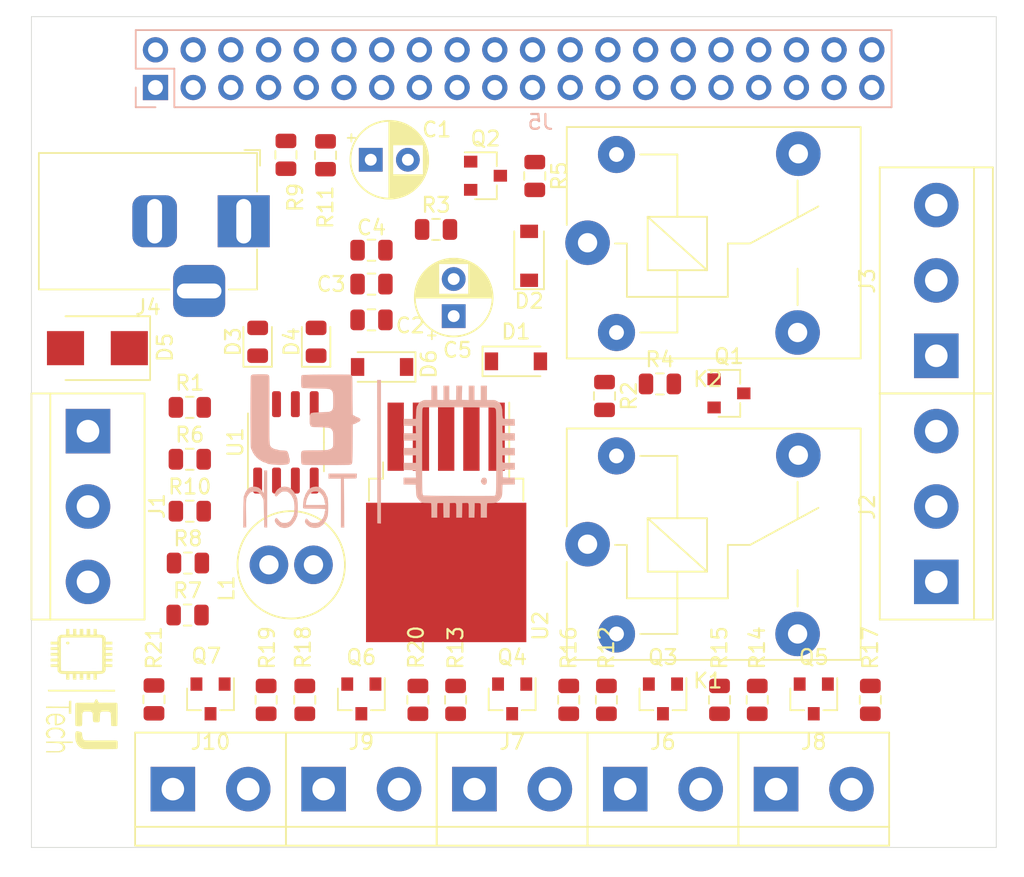
<source format=kicad_pcb>
(kicad_pcb (version 20171130) (host pcbnew "(5.1.4)-1")
  (layers (0 F.Cu signal) (31 B.Cu signal) (34 B.Paste user) (35 F.Paste user) (36 B.SilkS user) (37 F.SilkS user) (38 B.Mask user) (39 F.Mask user) (44 Edge.Cuts user))
  (net 0 "")
  (net 1 "Net-(C1-Pad1)")
  (net 2 GND)
  (net 3 +5V)
  (net 4 "Net-(D1-Pad2)")
  (net 5 "Net-(D2-Pad2)")
  (net 6 "Net-(D3-Pad2)")
  (net 7 "Net-(D4-Pad2)")
  (net 8 "Net-(D6-Pad1)")
  (net 9 "Net-(J1-Pad1)")
  (net 10 "Net-(J1-Pad2)")
  (net 11 "Net-(J2-Pad3)")
  (net 12 "Net-(J2-Pad2)")
  (net 13 "Net-(J2-Pad1)")
  (net 14 "Net-(J3-Pad1)")
  (net 15 "Net-(J3-Pad2)")
  (net 16 "Net-(J3-Pad3)")
  (net 17 +3V3)
  (net 18 "Net-(J5-Pad3)")
  (net 19 "Net-(J5-Pad5)")
  (net 20 "Net-(J5-Pad7)")
  (net 21 TX)
  (net 22 RX)
  (net 23 RE)
  (net 24 "Net-(J5-Pad12)")
  (net 25 DE)
  (net 26 GP22)
  (net 27 "Net-(J5-Pad16)")
  (net 28 "Net-(J5-Pad18)")
  (net 29 "Net-(J5-Pad19)")
  (net 30 "Net-(J5-Pad21)")
  (net 31 "Net-(J5-Pad22)")
  (net 32 "Net-(J5-Pad23)")
  (net 33 "Net-(J5-Pad24)")
  (net 34 "Net-(J5-Pad26)")
  (net 35 "Net-(J5-Pad27)")
  (net 36 "Net-(J5-Pad28)")
  (net 37 "Net-(J5-Pad29)")
  (net 38 "Net-(J5-Pad31)")
  (net 39 "Net-(J5-Pad32)")
  (net 40 "Net-(J5-Pad33)")
  (net 41 "Net-(J5-Pad35)")
  (net 42 "Net-(J5-Pad36)")
  (net 43 GP26)
  (net 44 "Net-(J5-Pad38)")
  (net 45 "Net-(J5-Pad40)")
  (net 46 "Net-(J6-Pad2)")
  (net 47 "Net-(J7-Pad2)")
  (net 48 "Net-(J8-Pad2)")
  (net 49 "Net-(J9-Pad2)")
  (net 50 "Net-(J10-Pad2)")
  (net 51 "Net-(Q1-Pad1)")
  (net 52 "Net-(Q2-Pad1)")
  (net 53 +BATT)
  (module "Symbol:EJ TECH 8X5.5" (layer F.Cu) (at 126.429 117.459 270)
    (fp_text reference " " hide)
    (fp_text value " " hide)
  )
  (module "Symbol:EJ TECH 18X11" (layer B.Cu) (at 146.368 101.203 180)
    (fp_text reference " " hide)
    (fp_text value " " hide)
  )
  (module TerminalBlock:TerminalBlock_bornier-3_P5.08mm (layer F.Cu) (at 183.96 110.1 90)
    (fp_text reference J2 (at 5.05 -4.65 90) (layer F.SilkS))
    (fp_text value " ")
    (pad 3 thru_hole circle (at 10.16 0 90) (size 3 3) (drill 1.52) (layers *.Cu *.Mask) (net 11 "Net-(J2-Pad3)"))
    (pad 2 thru_hole circle (at 5.08 0 90) (size 3 3) (drill 1.52) (layers *.Cu *.Mask) (net 12 "Net-(J2-Pad2)"))
    (pad 1 thru_hole rect (at 0 0 90) (size 3 3) (drill 1.52) (layers *.Cu *.Mask) (net 13 "Net-(J2-Pad1)"))
  )
  (module Capacitor_THT:CP_Radial_D5.0mm_P2.50mm (layer F.Cu) (at 151.448 92.186 90)
    (fp_text reference C5 (at -2.286 0.254 180) (layer F.SilkS))
    (fp_text value " ")
    (pad 2 thru_hole circle (at 2.5 0 90) (size 1.6 1.6) (drill 0.8) (layers *.Cu *.Mask) (net 2 GND))
    (pad 1 thru_hole rect (at 0 0 90) (size 1.6 1.6) (drill 0.8) (layers *.Cu *.Mask) (net 3 +5V))
  )
  (module Connector_PinHeader_2.54mm:PinHeader_2x20_P2.54mm_Vertical (layer B.Cu) (at 131.3566 74.6416 270)
    (fp_text reference J5 (at 4.4634 -25.9334) (layer B.SilkS) (effects (justify mirror)))
    (fp_text value " ")
    (pad 40 thru_hole oval (at -0.4064 -48.26 270) (size 1.7 1.7) (drill 1) (layers *.Cu *.Mask) (net 45 "Net-(J5-Pad40)"))
    (pad 39 thru_hole oval (at 2.1336 -48.26 270) (size 1.7 1.7) (drill 1) (layers *.Cu *.Mask) (net 2 GND))
    (pad 38 thru_hole oval (at -0.4064 -45.72 270) (size 1.7 1.7) (drill 1) (layers *.Cu *.Mask) (net 44 "Net-(J5-Pad38)"))
    (pad 37 thru_hole oval (at 2.1336 -45.72 270) (size 1.7 1.7) (drill 1) (layers *.Cu *.Mask) (net 43 GP26))
    (pad 36 thru_hole oval (at -0.4064 -43.18 270) (size 1.7 1.7) (drill 1) (layers *.Cu *.Mask) (net 42 "Net-(J5-Pad36)"))
    (pad 35 thru_hole oval (at 2.1336 -43.18 270) (size 1.7 1.7) (drill 1) (layers *.Cu *.Mask) (net 41 "Net-(J5-Pad35)"))
    (pad 34 thru_hole oval (at -0.4064 -40.64 270) (size 1.7 1.7) (drill 1) (layers *.Cu *.Mask) (net 2 GND))
    (pad 33 thru_hole oval (at 2.1336 -40.64 270) (size 1.7 1.7) (drill 1) (layers *.Cu *.Mask) (net 40 "Net-(J5-Pad33)"))
    (pad 32 thru_hole oval (at -0.4064 -38.1 270) (size 1.7 1.7) (drill 1) (layers *.Cu *.Mask) (net 39 "Net-(J5-Pad32)"))
    (pad 31 thru_hole oval (at 2.1336 -38.1 270) (size 1.7 1.7) (drill 1) (layers *.Cu *.Mask) (net 38 "Net-(J5-Pad31)"))
    (pad 30 thru_hole oval (at -0.4064 -35.56 270) (size 1.7 1.7) (drill 1) (layers *.Cu *.Mask) (net 2 GND))
    (pad 29 thru_hole oval (at 2.1336 -35.56 270) (size 1.7 1.7) (drill 1) (layers *.Cu *.Mask) (net 37 "Net-(J5-Pad29)"))
    (pad 28 thru_hole oval (at -0.4064 -33.02 270) (size 1.7 1.7) (drill 1) (layers *.Cu *.Mask) (net 36 "Net-(J5-Pad28)"))
    (pad 27 thru_hole oval (at 2.1336 -33.02 270) (size 1.7 1.7) (drill 1) (layers *.Cu *.Mask) (net 35 "Net-(J5-Pad27)"))
    (pad 26 thru_hole oval (at -0.4064 -30.48 270) (size 1.7 1.7) (drill 1) (layers *.Cu *.Mask) (net 34 "Net-(J5-Pad26)"))
    (pad 25 thru_hole oval (at 2.1336 -30.48 270) (size 1.7 1.7) (drill 1) (layers *.Cu *.Mask) (net 2 GND))
    (pad 24 thru_hole oval (at -0.4064 -27.94 270) (size 1.7 1.7) (drill 1) (layers *.Cu *.Mask) (net 33 "Net-(J5-Pad24)"))
    (pad 23 thru_hole oval (at 2.1336 -27.94 270) (size 1.7 1.7) (drill 1) (layers *.Cu *.Mask) (net 32 "Net-(J5-Pad23)"))
    (pad 22 thru_hole oval (at -0.4064 -25.4 270) (size 1.7 1.7) (drill 1) (layers *.Cu *.Mask) (net 31 "Net-(J5-Pad22)"))
    (pad 21 thru_hole oval (at 2.1336 -25.4 270) (size 1.7 1.7) (drill 1) (layers *.Cu *.Mask) (net 30 "Net-(J5-Pad21)"))
    (pad 20 thru_hole oval (at -0.4064 -22.86 270) (size 1.7 1.7) (drill 1) (layers *.Cu *.Mask) (net 2 GND))
    (pad 19 thru_hole oval (at 2.1336 -22.86 270) (size 1.7 1.7) (drill 1) (layers *.Cu *.Mask) (net 29 "Net-(J5-Pad19)"))
    (pad 18 thru_hole oval (at -0.4064 -20.32 270) (size 1.7 1.7) (drill 1) (layers *.Cu *.Mask) (net 28 "Net-(J5-Pad18)"))
    (pad 17 thru_hole oval (at 2.1336 -20.32 270) (size 1.7 1.7) (drill 1) (layers *.Cu *.Mask) (net 17 +3V3))
    (pad 16 thru_hole oval (at -0.4064 -17.78 270) (size 1.7 1.7) (drill 1) (layers *.Cu *.Mask) (net 27 "Net-(J5-Pad16)"))
    (pad 15 thru_hole oval (at 2.1336 -17.78 270) (size 1.7 1.7) (drill 1) (layers *.Cu *.Mask) (net 26 GP22))
    (pad 14 thru_hole oval (at -0.4064 -15.24 270) (size 1.7 1.7) (drill 1) (layers *.Cu *.Mask) (net 2 GND))
    (pad 13 thru_hole oval (at 2.1336 -15.24 270) (size 1.7 1.7) (drill 1) (layers *.Cu *.Mask) (net 25 DE))
    (pad 12 thru_hole oval (at -0.4064 -12.7 270) (size 1.7 1.7) (drill 1) (layers *.Cu *.Mask) (net 24 "Net-(J5-Pad12)"))
    (pad 11 thru_hole oval (at 2.1336 -12.7 270) (size 1.7 1.7) (drill 1) (layers *.Cu *.Mask) (net 23 RE))
    (pad 10 thru_hole oval (at -0.4064 -10.16 270) (size 1.7 1.7) (drill 1) (layers *.Cu *.Mask) (net 22 RX))
    (pad 9 thru_hole oval (at 2.1336 -10.16 270) (size 1.7 1.7) (drill 1) (layers *.Cu *.Mask) (net 2 GND))
    (pad 8 thru_hole oval (at -0.4064 -7.62 270) (size 1.7 1.7) (drill 1) (layers *.Cu *.Mask) (net 21 TX))
    (pad 7 thru_hole oval (at 2.1336 -7.62 270) (size 1.7 1.7) (drill 1) (layers *.Cu *.Mask) (net 20 "Net-(J5-Pad7)"))
    (pad 6 thru_hole oval (at -0.4064 -5.08 270) (size 1.7 1.7) (drill 1) (layers *.Cu *.Mask) (net 2 GND))
    (pad 5 thru_hole oval (at 2.1336 -5.08 270) (size 1.7 1.7) (drill 1) (layers *.Cu *.Mask) (net 19 "Net-(J5-Pad5)"))
    (pad 4 thru_hole oval (at -0.4064 -2.54 270) (size 1.7 1.7) (drill 1) (layers *.Cu *.Mask) (net 3 +5V))
    (pad 3 thru_hole oval (at 2.1336 -2.54 270) (size 1.7 1.7) (drill 1) (layers *.Cu *.Mask) (net 18 "Net-(J5-Pad3)"))
    (pad 2 thru_hole oval (at -0.4064 0 270) (size 1.7 1.7) (drill 1) (layers *.Cu *.Mask) (net 3 +5V))
    (pad 1 thru_hole rect (at 2.1336 0 270) (size 1.7 1.7) (drill 1) (layers *.Cu *.Mask) (net 17 +3V3))
  )
  (module MountingHole:MountingHole_2.7mm (layer F.Cu) (at 126.5 124.5)
    (fp_text reference " " (at 0 -3.7) (layer F.SilkS))
    (fp_text value " " hide)
    (pad 1 np_thru_hole circle (at 0 0) (size 2.7 2.7) (drill 2.7) (layers *.Cu *.Mask))
  )
  (module MountingHole:MountingHole_2.7mm (layer F.Cu) (at 126.5 75.5)
    (fp_text reference " " (at 0 -3.7) (layer F.SilkS))
    (fp_text value "" hide)
    (pad 1 np_thru_hole circle (at 0 0) (size 2.7 2.7) (drill 2.7) (layers *.Cu *.Mask))
  )
  (module MountingHole:MountingHole_2.7mm (layer F.Cu) (at 184.5 75.425)
    (fp_text reference " " (at 0 -3.7) (layer F.SilkS))
    (fp_text value "" hide)
    (pad 1 np_thru_hole circle (at 0 0) (size 2.7 2.7) (drill 2.7) (layers *.Cu *.Mask))
  )
  (module MountingHole:MountingHole_2.7mm (layer F.Cu) (at 184.5 124.5)
    (fp_text reference " " (at 0 -3.7) (layer F.SilkS))
    (fp_text value " " hide)
    (pad 1 np_thru_hole circle (at 0 0) (size 2.7 2.7) (drill 2.7) (layers *.Cu *.Mask))
  )
  (module Capacitor_THT:CP_Radial_D5.0mm_P2.50mm (layer F.Cu) (at 145.86 81.645)
    (fp_text reference C1 (at 4.445 -2.032) (layer F.SilkS))
    (fp_text value " ")
    (pad 1 thru_hole rect (at 0 0) (size 1.6 1.6) (drill 0.8) (layers *.Cu *.Mask) (net 1 "Net-(C1-Pad1)"))
    (pad 2 thru_hole circle (at 2.5 0) (size 1.6 1.6) (drill 0.8) (layers *.Cu *.Mask) (net 2 GND))
  )
  (module Capacitor_SMD:C_0805_2012Metric (layer F.Cu) (at 145.9085 92.44 180)
    (fp_text reference C2 (at -2.6185 -0.381) (layer F.SilkS))
    (fp_text value " ")
    (pad 1 smd roundrect (at -0.9375 0 180) (size 0.975 1.4) (layers F.Cu F.Paste F.Mask) (net 3 +5V))
    (pad 2 smd roundrect (at 0.9375 0 180) (size 0.975 1.4) (layers F.Cu F.Paste F.Mask) (net 2 GND))
  )
  (module Capacitor_SMD:C_0805_2012Metric (layer F.Cu) (at 145.9085 90.027 180)
    (fp_text reference C3 (at 2.7155 0) (layer F.SilkS))
    (fp_text value " ")
    (pad 1 smd roundrect (at -0.9375 0 180) (size 0.975 1.4) (layers F.Cu F.Paste F.Mask) (net 3 +5V))
    (pad 2 smd roundrect (at 0.9375 0 180) (size 0.975 1.4) (layers F.Cu F.Paste F.Mask) (net 2 GND))
  )
  (module Capacitor_SMD:C_0805_2012Metric (layer F.Cu) (at 145.9085 87.741 180)
    (fp_text reference C4 (at 0 1.524) (layer F.SilkS))
    (fp_text value " ")
    (pad 2 smd roundrect (at 0.9375 0 180) (size 0.975 1.4) (layers F.Cu F.Paste F.Mask) (net 2 GND))
    (pad 1 smd roundrect (at -0.9375 0 180) (size 0.975 1.4) (layers F.Cu F.Paste F.Mask) (net 3 +5V))
  )
  (module Diode_SMD:D_SOD-123 (layer F.Cu) (at 155.639 95.234)
    (fp_text reference D1 (at 0 -2) (layer F.SilkS))
    (fp_text value " ")
    (pad 1 smd rect (at -1.65 0) (size 0.9 1.2) (layers F.Cu F.Paste F.Mask) (net 3 +5V))
    (pad 2 smd rect (at 1.65 0) (size 0.9 1.2) (layers F.Cu F.Paste F.Mask) (net 4 "Net-(D1-Pad2)"))
  )
  (module Diode_SMD:D_SOD-123 (layer F.Cu) (at 156.528 88.122 90)
    (fp_text reference D2 (at -3.04 0 180) (layer F.SilkS))
    (fp_text value " ")
    (pad 2 smd rect (at 1.65 0 90) (size 0.9 1.2) (layers F.Cu F.Paste F.Mask) (net 5 "Net-(D2-Pad2)"))
    (pad 1 smd rect (at -1.65 0 90) (size 0.9 1.2) (layers F.Cu F.Paste F.Mask) (net 3 +5V))
  )
  (module LED_SMD:LED_0805_2012Metric (layer F.Cu) (at 138.24 93.9155 90)
    (fp_text reference D3 (at 0 -1.65 90) (layer F.SilkS))
    (fp_text value " ")
    (pad 2 smd roundrect (at 0.9375 0 90) (size 0.975 1.4) (layers F.Cu F.Paste F.Mask) (net 6 "Net-(D3-Pad2)"))
    (pad 1 smd roundrect (at -0.9375 0 90) (size 0.975 1.4) (layers F.Cu F.Paste F.Mask) (net 2 GND))
  )
  (module LED_SMD:LED_0805_2012Metric (layer F.Cu) (at 142.177 93.9155 90)
    (fp_text reference D4 (at 0 -1.65 90) (layer F.SilkS))
    (fp_text value " ")
    (pad 1 smd roundrect (at -0.9375 0 90) (size 0.975 1.4) (layers F.Cu F.Paste F.Mask) (net 2 GND))
    (pad 2 smd roundrect (at 0.9375 0 90) (size 0.975 1.4) (layers F.Cu F.Paste F.Mask) (net 7 "Net-(D4-Pad2)"))
  )
  (module Diode_SMD:D_SMB (layer F.Cu) (at 127.445 94.345 180)
    (fp_text reference D5 (at -4.55 0.05 270) (layer F.SilkS))
    (fp_text value " ")
    (pad 1 smd rect (at -2.15 0 180) (size 2.5 2.3) (layers F.Cu F.Paste F.Mask) (net 3 +5V))
    (pad 2 smd rect (at 2.15 0 180) (size 2.5 2.3) (layers F.Cu F.Paste F.Mask) (net 2 GND))
  )
  (module Diode_SMD:D_SOD-123 (layer F.Cu) (at 146.622 95.615 180)
    (fp_text reference D6 (at -3.15 0.2 270) (layer F.SilkS))
    (fp_text value " ")
    (pad 1 smd rect (at -1.65 0 180) (size 0.9 1.2) (layers F.Cu F.Paste F.Mask) (net 8 "Net-(D6-Pad1)"))
    (pad 2 smd rect (at 1.65 0 180) (size 0.9 1.2) (layers F.Cu F.Paste F.Mask) (net 2 GND))
  )
  (module TerminalBlock:TerminalBlock_bornier-3_P5.08mm (layer F.Cu) (at 126.81 99.94 270)
    (fp_text reference J1 (at 5.05 -4.65 90) (layer F.SilkS))
    (fp_text value " ")
    (pad 1 thru_hole rect (at 0 0 270) (size 3 3) (drill 1.52) (layers *.Cu *.Mask) (net 9 "Net-(J1-Pad1)"))
    (pad 2 thru_hole circle (at 5.08 0 270) (size 3 3) (drill 1.52) (layers *.Cu *.Mask) (net 10 "Net-(J1-Pad2)"))
    (pad 3 thru_hole circle (at 10.16 0 270) (size 3 3) (drill 1.52) (layers *.Cu *.Mask) (net 2 GND))
  )
  (module TerminalBlock:TerminalBlock_bornier-3_P5.08mm (layer F.Cu) (at 183.96 94.86 90)
    (fp_text reference J3 (at 5.05 -4.65 90) (layer F.SilkS))
    (fp_text value " ")
    (pad 1 thru_hole rect (at 0 0 90) (size 3 3) (drill 1.52) (layers *.Cu *.Mask) (net 14 "Net-(J3-Pad1)"))
    (pad 2 thru_hole circle (at 5.08 0 90) (size 3 3) (drill 1.52) (layers *.Cu *.Mask) (net 15 "Net-(J3-Pad2)"))
    (pad 3 thru_hole circle (at 10.16 0 90) (size 3 3) (drill 1.52) (layers *.Cu *.Mask) (net 16 "Net-(J3-Pad3)"))
  )
  (module Connector_BarrelJack:BarrelJack_Horizontal (layer F.Cu) (at 137.3 85.79)
    (fp_text reference J4 (at -6.45 5.8) (layer F.SilkS))
    (fp_text value " ")
    (pad 1 thru_hole rect (at 0 0) (size 3.5 3.5) (drill oval 1 3) (layers *.Cu *.Mask) (net 1 "Net-(C1-Pad1)"))
    (pad 2 thru_hole roundrect (at -6 0) (size 3 3.5) (drill oval 1 3) (layers *.Cu *.Mask) (net 2 GND))
    (pad 3 thru_hole roundrect (at -3 4.7) (size 3.5 3.5) (drill oval 3 1) (layers *.Cu *.Mask) (net 2 GND))
  )
  (module TerminalBlock:TerminalBlock_bornier-2_P5.08mm (layer F.Cu) (at 163.005 124.07)
    (fp_text reference J6 (at 2.54 -3.175) (layer F.SilkS))
    (fp_text value " ")
    (pad 1 thru_hole rect (at 0 0) (size 3 3) (drill 1.52) (layers *.Cu *.Mask) (net 2 GND))
    (pad 2 thru_hole circle (at 5.08 0) (size 3 3) (drill 1.52) (layers *.Cu *.Mask) (net 46 "Net-(J6-Pad2)"))
  )
  (module TerminalBlock:TerminalBlock_bornier-2_P5.08mm (layer F.Cu) (at 152.845 124.07)
    (fp_text reference J7 (at 2.54 -3.175) (layer F.SilkS))
    (fp_text value " ")
    (pad 1 thru_hole rect (at 0 0) (size 3 3) (drill 1.52) (layers *.Cu *.Mask) (net 2 GND))
    (pad 2 thru_hole circle (at 5.08 0) (size 3 3) (drill 1.52) (layers *.Cu *.Mask) (net 47 "Net-(J7-Pad2)"))
  )
  (module TerminalBlock:TerminalBlock_bornier-2_P5.08mm (layer F.Cu) (at 173.165 124.07)
    (fp_text reference J8 (at 2.54 -3.175) (layer F.SilkS))
    (fp_text value " ")
    (pad 1 thru_hole rect (at 0 0) (size 3 3) (drill 1.52) (layers *.Cu *.Mask) (net 2 GND))
    (pad 2 thru_hole circle (at 5.08 0) (size 3 3) (drill 1.52) (layers *.Cu *.Mask) (net 48 "Net-(J8-Pad2)"))
  )
  (module TerminalBlock:TerminalBlock_bornier-2_P5.08mm (layer F.Cu) (at 142.685 124.07)
    (fp_text reference J9 (at 2.54 -3.175) (layer F.SilkS))
    (fp_text value " ")
    (pad 2 thru_hole circle (at 5.08 0) (size 3 3) (drill 1.52) (layers *.Cu *.Mask) (net 49 "Net-(J9-Pad2)"))
    (pad 1 thru_hole rect (at 0 0) (size 3 3) (drill 1.52) (layers *.Cu *.Mask) (net 2 GND))
  )
  (module TerminalBlock:TerminalBlock_bornier-2_P5.08mm (layer F.Cu) (at 132.525 124.07)
    (fp_text reference J10 (at 2.54 -3.175) (layer F.SilkS))
    (fp_text value " ")
    (pad 2 thru_hole circle (at 5.08 0) (size 3 3) (drill 1.52) (layers *.Cu *.Mask) (net 50 "Net-(J10-Pad2)"))
    (pad 1 thru_hole rect (at 0 0) (size 3 3) (drill 1.52) (layers *.Cu *.Mask) (net 2 GND))
  )
  (module Relay_THT:Relay_SPDT_SANYOU_SRD_Series_Form_C (layer F.Cu) (at 160.465 107.56)
    (fp_text reference K1 (at 8.1 9.2) (layer F.SilkS))
    (fp_text value " ")
    (pad 2 thru_hole circle (at 1.95 6.05 90) (size 2.5 2.5) (drill 1) (layers *.Cu *.Mask) (net 3 +5V))
    (pad 3 thru_hole circle (at 14.15 6.05 90) (size 3 3) (drill 1.3) (layers *.Cu *.Mask) (net 13 "Net-(J2-Pad1)"))
    (pad 4 thru_hole circle (at 14.2 -6 90) (size 3 3) (drill 1.3) (layers *.Cu *.Mask) (net 12 "Net-(J2-Pad2)"))
    (pad 5 thru_hole circle (at 1.95 -5.95 90) (size 2.5 2.5) (drill 1) (layers *.Cu *.Mask) (net 4 "Net-(D1-Pad2)"))
    (pad 1 thru_hole circle (at 0 0 90) (size 3 3) (drill 1.3) (layers *.Cu *.Mask) (net 11 "Net-(J2-Pad3)"))
  )
  (module Relay_THT:Relay_SPDT_SANYOU_SRD_Series_Form_C (layer F.Cu) (at 160.465 87.24)
    (fp_text reference K2 (at 8.1 9.2) (layer F.SilkS))
    (fp_text value " ")
    (pad 1 thru_hole circle (at 0 0 90) (size 3 3) (drill 1.3) (layers *.Cu *.Mask) (net 16 "Net-(J3-Pad3)"))
    (pad 5 thru_hole circle (at 1.95 -5.95 90) (size 2.5 2.5) (drill 1) (layers *.Cu *.Mask) (net 5 "Net-(D2-Pad2)"))
    (pad 4 thru_hole circle (at 14.2 -6 90) (size 3 3) (drill 1.3) (layers *.Cu *.Mask) (net 15 "Net-(J3-Pad2)"))
    (pad 3 thru_hole circle (at 14.15 6.05 90) (size 3 3) (drill 1.3) (layers *.Cu *.Mask) (net 14 "Net-(J3-Pad1)"))
    (pad 2 thru_hole circle (at 1.95 6.05 90) (size 2.5 2.5) (drill 1) (layers *.Cu *.Mask) (net 3 +5V))
  )
  (module Inductor_THT:L_Radial_D7.0mm_P3.00mm (layer F.Cu) (at 142 108.95 180)
    (fp_text reference L1 (at 5.85 -1.6 90) (layer F.SilkS))
    (fp_text value " ")
    (pad 1 thru_hole circle (at 0 0 180) (size 2.6 2.6) (drill 1.3) (layers *.Cu *.Mask) (net 8 "Net-(D6-Pad1)"))
    (pad 2 thru_hole circle (at 3 0 180) (size 2.6 2.6) (drill 1.3) (layers *.Cu *.Mask) (net 3 +5V))
  )
  (module Package_TO_SOT_SMD:SOT-23 (layer F.Cu) (at 169.99 97.393)
    (fp_text reference Q1 (at 0 -2.5) (layer F.SilkS))
    (fp_text value " ")
    (pad 1 smd rect (at -1 -0.95) (size 0.9 0.8) (layers F.Cu F.Paste F.Mask) (net 51 "Net-(Q1-Pad1)"))
    (pad 2 smd rect (at -1 0.95) (size 0.9 0.8) (layers F.Cu F.Paste F.Mask) (net 2 GND))
    (pad 3 smd rect (at 1 0) (size 0.9 0.8) (layers F.Cu F.Paste F.Mask) (net 4 "Net-(D1-Pad2)"))
  )
  (module Package_TO_SOT_SMD:SOT-23 (layer F.Cu) (at 153.591 82.722)
    (fp_text reference Q2 (at 0 -2.5) (layer F.SilkS))
    (fp_text value " ")
    (pad 3 smd rect (at 1 0) (size 0.9 0.8) (layers F.Cu F.Paste F.Mask) (net 5 "Net-(D2-Pad2)"))
    (pad 2 smd rect (at -1 0.95) (size 0.9 0.8) (layers F.Cu F.Paste F.Mask) (net 2 GND))
    (pad 1 smd rect (at -1 -0.95) (size 0.9 0.8) (layers F.Cu F.Paste F.Mask) (net 52 "Net-(Q2-Pad1)"))
  )
  (module Package_TO_SOT_SMD:SOT-23 (layer F.Cu) (at 165.545 117.99 270)
    (fp_text reference Q3 (at -2.81 0 180) (layer F.SilkS))
    (fp_text value " ")
    (pad 1 smd rect (at -1 -0.95 270) (size 0.9 0.8) (layers F.Cu F.Paste F.Mask) (net 53 +BATT))
    (pad 2 smd rect (at -1 0.95 270) (size 0.9 0.8) (layers F.Cu F.Paste F.Mask) (net 37 "Net-(J5-Pad29)"))
    (pad 3 smd rect (at 1 0 270) (size 0.9 0.8) (layers F.Cu F.Paste F.Mask) (net 46 "Net-(J6-Pad2)"))
  )
  (module Package_TO_SOT_SMD:SOT-23 (layer F.Cu) (at 155.385 117.99 270)
    (fp_text reference Q4 (at -2.81 0 180) (layer F.SilkS))
    (fp_text value " ")
    (pad 3 smd rect (at 1 0 270) (size 0.9 0.8) (layers F.Cu F.Paste F.Mask) (net 47 "Net-(J7-Pad2)"))
    (pad 2 smd rect (at -1 0.95 270) (size 0.9 0.8) (layers F.Cu F.Paste F.Mask) (net 38 "Net-(J5-Pad31)"))
    (pad 1 smd rect (at -1 -0.95 270) (size 0.9 0.8) (layers F.Cu F.Paste F.Mask) (net 53 +BATT))
  )
  (module Package_TO_SOT_SMD:SOT-23 (layer F.Cu) (at 175.705 117.99 270)
    (fp_text reference Q5 (at -2.81 0) (layer F.SilkS))
    (fp_text value " ")
    (pad 3 smd rect (at 1 0 270) (size 0.9 0.8) (layers F.Cu F.Paste F.Mask) (net 48 "Net-(J8-Pad2)"))
    (pad 2 smd rect (at -1 0.95 270) (size 0.9 0.8) (layers F.Cu F.Paste F.Mask) (net 40 "Net-(J5-Pad33)"))
    (pad 1 smd rect (at -1 -0.95 270) (size 0.9 0.8) (layers F.Cu F.Paste F.Mask) (net 3 +5V))
  )
  (module Package_TO_SOT_SMD:SOT-23 (layer F.Cu) (at 145.225 117.99 270)
    (fp_text reference Q6 (at -2.81 0 180) (layer F.SilkS))
    (fp_text value " ")
    (pad 1 smd rect (at -1 -0.95 270) (size 0.9 0.8) (layers F.Cu F.Paste F.Mask) (net 3 +5V))
    (pad 2 smd rect (at -1 0.95 270) (size 0.9 0.8) (layers F.Cu F.Paste F.Mask) (net 43 GP26))
    (pad 3 smd rect (at 1 0 270) (size 0.9 0.8) (layers F.Cu F.Paste F.Mask) (net 49 "Net-(J9-Pad2)"))
  )
  (module Package_TO_SOT_SMD:SOT-23 (layer F.Cu) (at 135.065 117.99 270)
    (fp_text reference Q7 (at -2.905 0.285 180) (layer F.SilkS))
    (fp_text value " ")
    (pad 1 smd rect (at -1 -0.95 270) (size 0.9 0.8) (layers F.Cu F.Paste F.Mask) (net 3 +5V))
    (pad 2 smd rect (at -1 0.95 270) (size 0.9 0.8) (layers F.Cu F.Paste F.Mask) (net 26 GP22))
    (pad 3 smd rect (at 1 0 270) (size 0.9 0.8) (layers F.Cu F.Paste F.Mask) (net 50 "Net-(J10-Pad2)"))
  )
  (module Resistor_SMD:R_0805_2012Metric (layer F.Cu) (at 133.6675 98.335)
    (fp_text reference R1 (at 0 -1.65) (layer F.SilkS))
    (fp_text value " ")
    (pad 2 smd roundrect (at 0.9375 0) (size 0.975 1.4) (layers F.Cu F.Paste F.Mask) (net 10 "Net-(J1-Pad2)"))
    (pad 1 smd roundrect (at -0.9375 0) (size 0.975 1.4) (layers F.Cu F.Paste F.Mask) (net 9 "Net-(J1-Pad1)"))
  )
  (module Resistor_SMD:R_0805_2012Metric (layer F.Cu) (at 161.608 97.5685 270)
    (fp_text reference R2 (at 0 -1.65 90) (layer F.SilkS))
    (fp_text value " ")
    (pad 2 smd roundrect (at 0.9375 0 270) (size 0.975 1.4) (layers F.Cu F.Paste F.Mask) (net 2 GND))
    (pad 1 smd roundrect (at -0.9375 0 270) (size 0.975 1.4) (layers F.Cu F.Paste F.Mask) (net 51 "Net-(Q1-Pad1)"))
  )
  (module Resistor_SMD:R_0805_2012Metric (layer F.Cu) (at 150.2565 86.344)
    (fp_text reference R3 (at 0 -1.65) (layer F.SilkS))
    (fp_text value " ")
    (pad 2 smd roundrect (at 0.9375 0) (size 0.975 1.4) (layers F.Cu F.Paste F.Mask) (net 2 GND))
    (pad 1 smd roundrect (at -0.9375 0) (size 0.975 1.4) (layers F.Cu F.Paste F.Mask) (net 52 "Net-(Q2-Pad1)"))
  )
  (module Resistor_SMD:R_0805_2012Metric (layer F.Cu) (at 165.3395 96.758)
    (fp_text reference R4 (at 0 -1.65) (layer F.SilkS))
    (fp_text value " ")
    (pad 1 smd roundrect (at -0.9375 0) (size 0.975 1.4) (layers F.Cu F.Paste F.Mask) (net 42 "Net-(J5-Pad36)"))
    (pad 2 smd roundrect (at 0.9375 0) (size 0.975 1.4) (layers F.Cu F.Paste F.Mask) (net 51 "Net-(Q1-Pad1)"))
  )
  (module Resistor_SMD:R_0805_2012Metric (layer F.Cu) (at 156.909 82.7395 270)
    (fp_text reference R5 (at 0 -1.65 90) (layer F.SilkS))
    (fp_text value " ")
    (pad 2 smd roundrect (at 0.9375 0 270) (size 0.975 1.4) (layers F.Cu F.Paste F.Mask) (net 52 "Net-(Q2-Pad1)"))
    (pad 1 smd roundrect (at -0.9375 0 270) (size 0.975 1.4) (layers F.Cu F.Paste F.Mask) (net 41 "Net-(J5-Pad35)"))
  )
  (module Resistor_SMD:R_0805_2012Metric (layer F.Cu) (at 133.6675 101.835)
    (fp_text reference R6 (at 0 -1.65) (layer F.SilkS))
    (fp_text value " ")
    (pad 1 smd roundrect (at -0.9375 0) (size 0.975 1.4) (layers F.Cu F.Paste F.Mask) (net 17 +3V3))
    (pad 2 smd roundrect (at 0.9375 0) (size 0.975 1.4) (layers F.Cu F.Paste F.Mask) (net 22 RX))
  )
  (module Resistor_SMD:R_0805_2012Metric (layer F.Cu) (at 133.5175 112.335)
    (fp_text reference R7 (at 0 -1.65) (layer F.SilkS))
    (fp_text value " ")
    (pad 2 smd roundrect (at 0.9375 0) (size 0.975 1.4) (layers F.Cu F.Paste F.Mask) (net 23 RE))
    (pad 1 smd roundrect (at -0.9375 0) (size 0.975 1.4) (layers F.Cu F.Paste F.Mask) (net 17 +3V3))
  )
  (module Resistor_SMD:R_0805_2012Metric (layer F.Cu) (at 133.5425 108.83)
    (fp_text reference R8 (at 0 -1.65) (layer F.SilkS))
    (fp_text value " ")
    (pad 2 smd roundrect (at 0.9375 0) (size 0.975 1.4) (layers F.Cu F.Paste F.Mask) (net 25 DE))
    (pad 1 smd roundrect (at -0.9375 0) (size 0.975 1.4) (layers F.Cu F.Paste F.Mask) (net 17 +3V3))
  )
  (module Resistor_SMD:R_0805_2012Metric (layer F.Cu) (at 140.145 81.3125 270)
    (fp_text reference R9 (at 2.8725 -0.635 90) (layer F.SilkS))
    (fp_text value " ")
    (pad 1 smd roundrect (at -0.9375 0 270) (size 0.975 1.4) (layers F.Cu F.Paste F.Mask) (net 27 "Net-(J5-Pad16)"))
    (pad 2 smd roundrect (at 0.9375 0 270) (size 0.975 1.4) (layers F.Cu F.Paste F.Mask) (net 6 "Net-(D3-Pad2)"))
  )
  (module Resistor_SMD:R_0805_2012Metric (layer F.Cu) (at 133.6675 105.335)
    (fp_text reference R10 (at 0 -1.65) (layer F.SilkS))
    (fp_text value " ")
    (pad 2 smd roundrect (at 0.9375 0) (size 0.975 1.4) (layers F.Cu F.Paste F.Mask) (net 21 TX))
    (pad 1 smd roundrect (at -0.9375 0) (size 0.975 1.4) (layers F.Cu F.Paste F.Mask) (net 17 +3V3))
  )
  (module Resistor_SMD:R_0805_2012Metric (layer F.Cu) (at 142.812 81.3425 270)
    (fp_text reference R11 (at 3.5075 0 90) (layer F.SilkS))
    (fp_text value " ")
    (pad 1 smd roundrect (at -0.9375 0 270) (size 0.975 1.4) (layers F.Cu F.Paste F.Mask) (net 28 "Net-(J5-Pad18)"))
    (pad 2 smd roundrect (at 0.9375 0 270) (size 0.975 1.4) (layers F.Cu F.Paste F.Mask) (net 7 "Net-(D4-Pad2)"))
  )
  (module Resistor_SMD:R_0805_2012Metric (layer F.Cu) (at 161.735 118.0525 270)
    (fp_text reference R12 (at -3.5075 0 90) (layer F.SilkS))
    (fp_text value " ")
    (pad 1 smd roundrect (at -0.9375 0 270) (size 0.975 1.4) (layers F.Cu F.Paste F.Mask) (net 17 +3V3))
    (pad 2 smd roundrect (at 0.9375 0 270) (size 0.975 1.4) (layers F.Cu F.Paste F.Mask) (net 37 "Net-(J5-Pad29)"))
  )
  (module Resistor_SMD:R_0805_2012Metric (layer F.Cu) (at 151.575 118.0525 270)
    (fp_text reference R13 (at -3.5075 0 90) (layer F.SilkS))
    (fp_text value " ")
    (pad 1 smd roundrect (at -0.9375 0 270) (size 0.975 1.4) (layers F.Cu F.Paste F.Mask) (net 17 +3V3))
    (pad 2 smd roundrect (at 0.9375 0 270) (size 0.975 1.4) (layers F.Cu F.Paste F.Mask) (net 38 "Net-(J5-Pad31)"))
  )
  (module Resistor_SMD:R_0805_2012Metric (layer F.Cu) (at 171.895 118.0525 270)
    (fp_text reference R14 (at -3.5075 0 90) (layer F.SilkS))
    (fp_text value " ")
    (pad 1 smd roundrect (at -0.9375 0 270) (size 0.975 1.4) (layers F.Cu F.Paste F.Mask) (net 17 +3V3))
    (pad 2 smd roundrect (at 0.9375 0 270) (size 0.975 1.4) (layers F.Cu F.Paste F.Mask) (net 40 "Net-(J5-Pad33)"))
  )
  (module Resistor_SMD:R_0805_2012Metric (layer F.Cu) (at 169.355 118.0525 270)
    (fp_text reference R15 (at -3.5075 0 90) (layer F.SilkS))
    (fp_text value " ")
    (pad 1 smd roundrect (at -0.9375 0 270) (size 0.975 1.4) (layers F.Cu F.Paste F.Mask) (net 53 +BATT))
    (pad 2 smd roundrect (at 0.9375 0 270) (size 0.975 1.4) (layers F.Cu F.Paste F.Mask) (net 46 "Net-(J6-Pad2)"))
  )
  (module Resistor_SMD:R_0805_2012Metric (layer F.Cu) (at 159.195 118.0525 270)
    (fp_text reference R16 (at -3.5075 0 90) (layer F.SilkS))
    (fp_text value " ")
    (pad 1 smd roundrect (at -0.9375 0 270) (size 0.975 1.4) (layers F.Cu F.Paste F.Mask) (net 53 +BATT))
    (pad 2 smd roundrect (at 0.9375 0 270) (size 0.975 1.4) (layers F.Cu F.Paste F.Mask) (net 47 "Net-(J7-Pad2)"))
  )
  (module Resistor_SMD:R_0805_2012Metric (layer F.Cu) (at 179.515 118.0525 270)
    (fp_text reference R17 (at -3.5075 0 90) (layer F.SilkS))
    (fp_text value " ")
    (pad 2 smd roundrect (at 0.9375 0 270) (size 0.975 1.4) (layers F.Cu F.Paste F.Mask) (net 48 "Net-(J8-Pad2)"))
    (pad 1 smd roundrect (at -0.9375 0 270) (size 0.975 1.4) (layers F.Cu F.Paste F.Mask) (net 3 +5V))
  )
  (module Resistor_SMD:R_0805_2012Metric (layer F.Cu) (at 141.415 118.0525 270)
    (fp_text reference R18 (at -3.5425 0.12 90) (layer F.SilkS))
    (fp_text value " ")
    (pad 2 smd roundrect (at 0.9375 0 270) (size 0.975 1.4) (layers F.Cu F.Paste F.Mask) (net 43 GP26))
    (pad 1 smd roundrect (at -0.9375 0 270) (size 0.975 1.4) (layers F.Cu F.Paste F.Mask) (net 17 +3V3))
  )
  (module Resistor_SMD:R_0805_2012Metric (layer F.Cu) (at 138.81 118.0525 90)
    (fp_text reference R19 (at 3.5075 0.065 90) (layer F.SilkS))
    (fp_text value " ")
    (pad 1 smd roundrect (at -0.9375 0 90) (size 0.975 1.4) (layers F.Cu F.Paste F.Mask) (net 17 +3V3))
    (pad 2 smd roundrect (at 0.9375 0 90) (size 0.975 1.4) (layers F.Cu F.Paste F.Mask) (net 26 GP22))
  )
  (module Resistor_SMD:R_0805_2012Metric (layer F.Cu) (at 149.035 118.0525 270)
    (fp_text reference R20 (at -3.5425 0.12 90) (layer F.SilkS))
    (fp_text value " ")
    (pad 1 smd roundrect (at -0.9375 0 270) (size 0.975 1.4) (layers F.Cu F.Paste F.Mask) (net 3 +5V))
    (pad 2 smd roundrect (at 0.9375 0 270) (size 0.975 1.4) (layers F.Cu F.Paste F.Mask) (net 49 "Net-(J9-Pad2)"))
  )
  (module Resistor_SMD:R_0805_2012Metric (layer F.Cu) (at 131.255 118.0225 270)
    (fp_text reference R21 (at -3.4775 0 90) (layer F.SilkS))
    (fp_text value " ")
    (pad 2 smd roundrect (at 0.9375 0 270) (size 0.975 1.4) (layers F.Cu F.Paste F.Mask) (net 50 "Net-(J10-Pad2)"))
    (pad 1 smd roundrect (at -0.9375 0 270) (size 0.975 1.4) (layers F.Cu F.Paste F.Mask) (net 3 +5V))
  )
  (module Package_SO:SO-8_3.9x4.9mm_P1.27mm (layer F.Cu) (at 140.145 100.695 90)
    (fp_text reference U1 (at 0 -3.4 90) (layer F.SilkS))
    (fp_text value " ")
    (pad 1 smd roundrect (at -2.575 -1.905 90) (size 1.75 0.6) (layers F.Cu F.Paste F.Mask) (net 22 RX))
    (pad 2 smd roundrect (at -2.575 -0.635 90) (size 1.75 0.6) (layers F.Cu F.Paste F.Mask) (net 23 RE))
    (pad 3 smd roundrect (at -2.575 0.635 90) (size 1.75 0.6) (layers F.Cu F.Paste F.Mask) (net 25 DE))
    (pad 4 smd roundrect (at -2.575 1.905 90) (size 1.75 0.6) (layers F.Cu F.Paste F.Mask) (net 21 TX))
    (pad 5 smd roundrect (at 2.575 1.905 90) (size 1.75 0.6) (layers F.Cu F.Paste F.Mask) (net 2 GND))
    (pad 6 smd roundrect (at 2.575 0.635 90) (size 1.75 0.6) (layers F.Cu F.Paste F.Mask) (net 10 "Net-(J1-Pad2)"))
    (pad 7 smd roundrect (at 2.575 -0.635 90) (size 1.75 0.6) (layers F.Cu F.Paste F.Mask) (net 9 "Net-(J1-Pad1)"))
    (pad 8 smd roundrect (at 2.575 -1.905 90) (size 1.75 0.6) (layers F.Cu F.Paste F.Mask) (net 17 +3V3))
  )
  (module Package_TO_SOT_SMD:TO-263-5_TabPin3 (layer F.Cu) (at 150.94 106.09 270)
    (fp_text reference U2 (at 6.975 -6.35 90) (layer F.SilkS))
    (fp_text value " ")
    (pad 1 smd rect (at -5.775 -3.4 270) (size 4.6 1.1) (layers F.Cu F.Paste F.Mask) (net 1 "Net-(C1-Pad1)"))
    (pad 2 smd rect (at -5.775 -1.7 270) (size 4.6 1.1) (layers F.Cu F.Paste F.Mask) (net 8 "Net-(D6-Pad1)"))
    (pad 3 smd rect (at -5.775 0 270) (size 4.6 1.1) (layers F.Cu F.Paste F.Mask) (net 2 GND))
    (pad 4 smd rect (at -5.775 1.7 270) (size 4.6 1.1) (layers F.Cu F.Paste F.Mask) (net 3 +5V))
    (pad 5 smd rect (at -5.775 3.4 270) (size 4.6 1.1) (layers F.Cu F.Paste F.Mask) (net 2 GND))
    (pad 3 smd rect (at 3.375 0 270) (size 9.4 10.8) (layers F.Cu F.Mask) (net 2 GND))
  )
  (gr_line (start 188 128) (end 188 72) (layer Edge.Cuts) (width 0.05))
  (gr_line (start 123 128) (end 188 128) (layer Edge.Cuts) (width 0.05))
  (gr_line (start 123 72) (end 123 128) (layer Edge.Cuts) (width 0.05))
  (gr_line (start 188 72) (end 123 72) (layer Edge.Cuts) (width 0.05))
)
</source>
